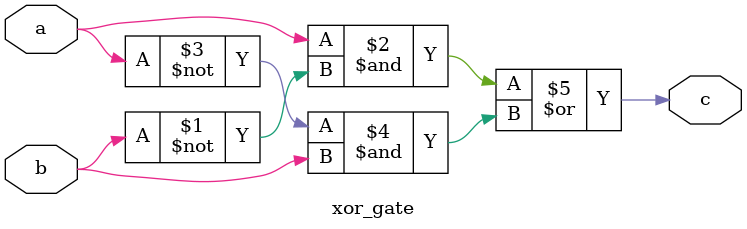
<source format=v>
module xor_gate(
    input a, b,
    output c
    );

    assign c=(a&~b)|(~a&b);
endmodule
</source>
